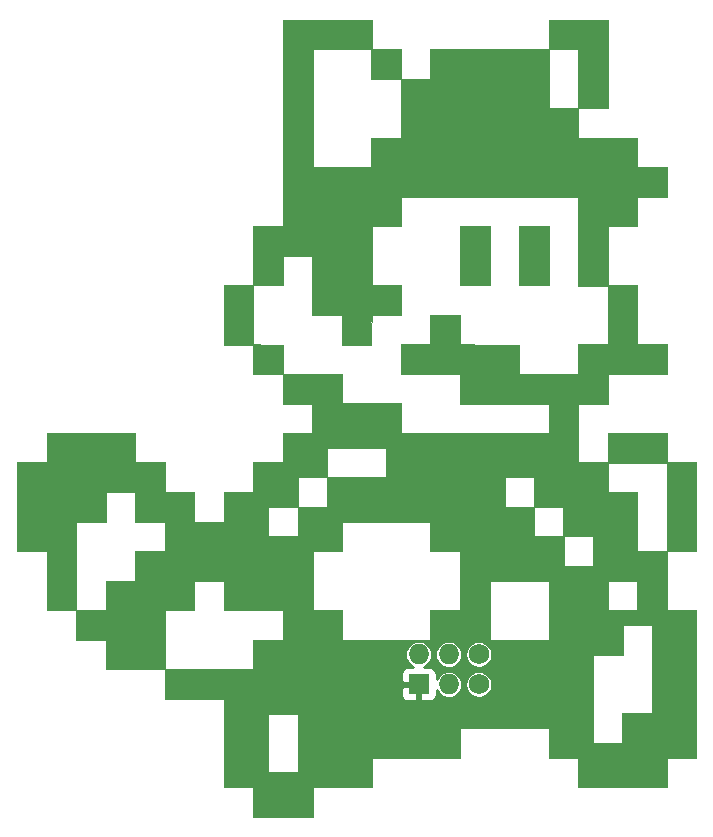
<source format=gbr>
G04 #@! TF.GenerationSoftware,KiCad,Pcbnew,5.1.2*
G04 #@! TF.CreationDate,2019-06-30T01:50:48-07:00*
G04 #@! TF.ProjectId,Mario_SAO,4d617269-6f5f-4534-914f-2e6b69636164,rev?*
G04 #@! TF.SameCoordinates,Original*
G04 #@! TF.FileFunction,Copper,L1,Top*
G04 #@! TF.FilePolarity,Positive*
%FSLAX46Y46*%
G04 Gerber Fmt 4.6, Leading zero omitted, Abs format (unit mm)*
G04 Created by KiCad (PCBNEW 5.1.2) date 2019-06-30 01:50:48*
%MOMM*%
%LPD*%
G04 APERTURE LIST*
%ADD10C,0.010000*%
%ADD11R,1.727200X1.727200*%
%ADD12O,1.727200X1.727200*%
%ADD13C,1.727200*%
%ADD14C,0.254000*%
G04 APERTURE END LIST*
D10*
G36*
X117266583Y-83754584D02*
G01*
X117271962Y-86257542D01*
X117277340Y-88760500D01*
X114758333Y-88760500D01*
X114758333Y-83743664D01*
X117266583Y-83754584D01*
X117266583Y-83754584D01*
G37*
X117266583Y-83754584D02*
X117271962Y-86257542D01*
X117277340Y-88760500D01*
X114758333Y-88760500D01*
X114758333Y-83743664D01*
X117266583Y-83754584D01*
G36*
X112260667Y-88760500D02*
G01*
X109763000Y-88760500D01*
X109763000Y-83744000D01*
X112260667Y-83744000D01*
X112260667Y-88760500D01*
X112260667Y-88760500D01*
G37*
X112260667Y-88760500D02*
X109763000Y-88760500D01*
X109763000Y-83744000D01*
X112260667Y-83744000D01*
X112260667Y-88760500D01*
G36*
X102270000Y-68758000D02*
G01*
X104767667Y-68758000D01*
X104767667Y-71255667D01*
X107243828Y-71255667D01*
X107249289Y-70012125D01*
X107254750Y-68768584D01*
X117256000Y-68757912D01*
X117256000Y-66260334D01*
X122272500Y-66260334D01*
X122272500Y-73774500D01*
X119774833Y-73774500D01*
X119774833Y-76251000D01*
X124770167Y-76251000D01*
X124770167Y-78748667D01*
X127267833Y-78748667D01*
X127267833Y-81267500D01*
X124770167Y-81267500D01*
X124770167Y-83765167D01*
X122272500Y-83765167D01*
X122272500Y-88760500D01*
X124770167Y-88760500D01*
X124770167Y-93755834D01*
X127267833Y-93755834D01*
X127267833Y-96274667D01*
X122272500Y-96274667D01*
X122272500Y-98772334D01*
X119774833Y-98772334D01*
X119774833Y-103746500D01*
X122251333Y-103746500D01*
X122251333Y-101248834D01*
X127267833Y-101248834D01*
X127267833Y-103746500D01*
X129765500Y-103746500D01*
X129765500Y-111281834D01*
X127267833Y-111281834D01*
X127267833Y-116256000D01*
X129765500Y-116256000D01*
X129765500Y-128765500D01*
X127267833Y-128765500D01*
X127267833Y-131263167D01*
X119753667Y-131263167D01*
X119753667Y-128765500D01*
X117256000Y-128765500D01*
X117256000Y-126267834D01*
X109763000Y-126267834D01*
X109763000Y-128765500D01*
X102270000Y-128765500D01*
X102270000Y-131263167D01*
X97274667Y-131263167D01*
X97274667Y-133760834D01*
X92258167Y-133760834D01*
X92258167Y-131263167D01*
X89739333Y-131263167D01*
X89739333Y-125019000D01*
X93528167Y-125019000D01*
X93528167Y-129993167D01*
X96004667Y-129993167D01*
X96004667Y-125019000D01*
X93528167Y-125019000D01*
X89739333Y-125019000D01*
X89739333Y-123770167D01*
X84744000Y-123770167D01*
X84744000Y-121272500D01*
X79748667Y-121272500D01*
X79748667Y-118774834D01*
X77251000Y-118774834D01*
X77251000Y-116277167D01*
X84765167Y-116277167D01*
X84765167Y-121251334D01*
X92258167Y-121251334D01*
X92258167Y-118944167D01*
X104852333Y-118944167D01*
X104852333Y-123897167D01*
X112493500Y-123897167D01*
X112493524Y-122420792D01*
X112493758Y-122138285D01*
X112494424Y-121840363D01*
X112495480Y-121534296D01*
X112496885Y-121227353D01*
X112498599Y-120926805D01*
X112500579Y-120639921D01*
X112502785Y-120373970D01*
X112505175Y-120136224D01*
X112506574Y-120023667D01*
X121023667Y-120023667D01*
X121023667Y-127495500D01*
X123500167Y-127495500D01*
X123500167Y-124997834D01*
X125997833Y-124997834D01*
X125997833Y-117526000D01*
X123521333Y-117526000D01*
X123521333Y-120023667D01*
X121023667Y-120023667D01*
X112506574Y-120023667D01*
X112507562Y-119944292D01*
X112521575Y-118944167D01*
X104852333Y-118944167D01*
X92258167Y-118944167D01*
X92258167Y-118753667D01*
X94755833Y-118753667D01*
X94755833Y-116277167D01*
X89760836Y-116277167D01*
X89755376Y-115023042D01*
X89749917Y-113768917D01*
X87262833Y-113757995D01*
X87262833Y-116277167D01*
X84765167Y-116277167D01*
X77251000Y-116277167D01*
X74753333Y-116277167D01*
X74753333Y-111260667D01*
X72255667Y-111260667D01*
X72255667Y-108763000D01*
X77272167Y-108763000D01*
X77272167Y-116256000D01*
X79748667Y-116256000D01*
X79748667Y-113758334D01*
X82246333Y-113758334D01*
X82246333Y-111260667D01*
X84744000Y-111260667D01*
X97274667Y-111260667D01*
X97274667Y-116256000D01*
X99772333Y-116256000D01*
X99772333Y-118753667D01*
X107243828Y-118753667D01*
X112260492Y-118753667D01*
X117256000Y-118753667D01*
X117256000Y-113779500D01*
X122272500Y-113779500D01*
X122272500Y-116256000D01*
X124749000Y-116256000D01*
X124749000Y-113779500D01*
X122272500Y-113779500D01*
X117256000Y-113779500D01*
X117256000Y-113758159D01*
X112271250Y-113768917D01*
X112260492Y-118753667D01*
X107243828Y-118753667D01*
X107249289Y-117510125D01*
X107254750Y-116266584D01*
X109763000Y-116255664D01*
X109763000Y-111260667D01*
X107244167Y-111260667D01*
X107244167Y-108763000D01*
X99772333Y-108763000D01*
X99772333Y-111260667D01*
X97274667Y-111260667D01*
X84744000Y-111260667D01*
X84744000Y-108763000D01*
X82246333Y-108763000D01*
X82246333Y-106265334D01*
X79769833Y-106265334D01*
X79769833Y-108763000D01*
X77272167Y-108763000D01*
X72255667Y-108763000D01*
X72255667Y-103746500D01*
X74753333Y-103746500D01*
X74753333Y-101248834D01*
X82267500Y-101248834D01*
X82267500Y-103746500D01*
X84765167Y-103746500D01*
X84765167Y-106243828D01*
X86008708Y-106249289D01*
X87252250Y-106254750D01*
X87257709Y-107509044D01*
X87263169Y-108763338D01*
X88506543Y-108757878D01*
X89749917Y-108752417D01*
X89755306Y-107514167D01*
X93507000Y-107514167D01*
X93507000Y-110011834D01*
X96004667Y-110011834D01*
X96004667Y-107514167D01*
X93507000Y-107514167D01*
X89755306Y-107514167D01*
X89755376Y-107498292D01*
X89760836Y-106244167D01*
X92258167Y-106244167D01*
X92258167Y-105016500D01*
X96025833Y-105016500D01*
X96025833Y-107514167D01*
X98502333Y-107514167D01*
X98502333Y-105016500D01*
X113530667Y-105016500D01*
X113530667Y-107514167D01*
X116007167Y-107514167D01*
X116028333Y-107514167D01*
X116028333Y-110011834D01*
X118526000Y-110011834D01*
X118526000Y-112509500D01*
X121002500Y-112509500D01*
X121002500Y-110011834D01*
X118526000Y-110011834D01*
X116028333Y-110011834D01*
X117091958Y-110011707D01*
X117306937Y-110011410D01*
X117514444Y-110010607D01*
X117709560Y-110009353D01*
X117887364Y-110007702D01*
X118042934Y-110005709D01*
X118171350Y-110003428D01*
X118267691Y-110000913D01*
X118327037Y-109998221D01*
X118330208Y-109997986D01*
X118504833Y-109984392D01*
X118504833Y-107514167D01*
X116028333Y-107514167D01*
X116007167Y-107514167D01*
X116007167Y-105016500D01*
X113530667Y-105016500D01*
X98502333Y-105016500D01*
X96025833Y-105016500D01*
X92258167Y-105016500D01*
X92258167Y-103746500D01*
X94755833Y-103746500D01*
X94755833Y-102518834D01*
X98523500Y-102518834D01*
X98523500Y-104995334D01*
X103497667Y-104995334D01*
X103497667Y-103767667D01*
X122272500Y-103767667D01*
X122272500Y-106244167D01*
X124770167Y-106244167D01*
X124770167Y-111260667D01*
X127246667Y-111260667D01*
X127246667Y-103767667D01*
X122272500Y-103767667D01*
X103497667Y-103767667D01*
X103497667Y-102518834D01*
X98523500Y-102518834D01*
X94755833Y-102518834D01*
X94755833Y-101248834D01*
X97253500Y-101248834D01*
X97253500Y-98772334D01*
X94755833Y-98772334D01*
X94755833Y-96274667D01*
X92258167Y-96274667D01*
X92258167Y-93777000D01*
X89760500Y-93777000D01*
X89760500Y-88760500D01*
X92258167Y-88760500D01*
X92258167Y-93755498D01*
X93512292Y-93760957D01*
X94766417Y-93766417D01*
X94771877Y-95009959D01*
X94777338Y-96253500D01*
X99772333Y-96253500D01*
X99772333Y-98751167D01*
X104767667Y-98751167D01*
X104767667Y-101248834D01*
X117256000Y-101248834D01*
X117256000Y-98772334D01*
X109763000Y-98772334D01*
X109763000Y-96274840D01*
X107260042Y-96269462D01*
X104757083Y-96264084D01*
X104751624Y-95009959D01*
X104746164Y-93755834D01*
X107243828Y-93755834D01*
X107254750Y-91268750D01*
X108508875Y-91263291D01*
X109763000Y-91257831D01*
X109763000Y-93755660D01*
X112265958Y-93761038D01*
X114768917Y-93766417D01*
X114774377Y-95009959D01*
X114779838Y-96253500D01*
X119753667Y-96253500D01*
X119753667Y-93755834D01*
X122251333Y-93755834D01*
X122251333Y-88782005D01*
X121007792Y-88776544D01*
X119764250Y-88771084D01*
X119753550Y-81267500D01*
X104767667Y-81267500D01*
X104767667Y-83765167D01*
X102270000Y-83765167D01*
X102270000Y-88760500D01*
X104767667Y-88760500D01*
X104767667Y-91258167D01*
X102270336Y-91258167D01*
X102264876Y-92512292D01*
X102259417Y-93766417D01*
X99761750Y-93766417D01*
X99756290Y-92512292D01*
X99750831Y-91258167D01*
X97253500Y-91258167D01*
X97253500Y-86262834D01*
X94777000Y-86262834D01*
X94777000Y-88760500D01*
X92258167Y-88760500D01*
X92258167Y-83744000D01*
X94755833Y-83744000D01*
X94755833Y-68758000D01*
X97274667Y-68758000D01*
X97274667Y-78748667D01*
X102248833Y-78748667D01*
X102248833Y-76251000D01*
X104746500Y-76251000D01*
X104746500Y-73753334D01*
X117277167Y-73753334D01*
X119753667Y-73753334D01*
X119753667Y-68779167D01*
X119261542Y-68779134D01*
X119114652Y-68778680D01*
X118935482Y-68777411D01*
X118734076Y-68775441D01*
X118520477Y-68772883D01*
X118304728Y-68769851D01*
X118096874Y-68766458D01*
X118023292Y-68765121D01*
X117277167Y-68751141D01*
X117277167Y-73753334D01*
X104746500Y-73753334D01*
X104746500Y-71277172D01*
X103502958Y-71271711D01*
X102259417Y-71266250D01*
X102248497Y-68758000D01*
X97274667Y-68758000D01*
X94755833Y-68758000D01*
X94755833Y-66260334D01*
X102270000Y-66260334D01*
X102270000Y-68758000D01*
X102270000Y-68758000D01*
G37*
X102270000Y-68758000D02*
X104767667Y-68758000D01*
X104767667Y-71255667D01*
X107243828Y-71255667D01*
X107249289Y-70012125D01*
X107254750Y-68768584D01*
X117256000Y-68757912D01*
X117256000Y-66260334D01*
X122272500Y-66260334D01*
X122272500Y-73774500D01*
X119774833Y-73774500D01*
X119774833Y-76251000D01*
X124770167Y-76251000D01*
X124770167Y-78748667D01*
X127267833Y-78748667D01*
X127267833Y-81267500D01*
X124770167Y-81267500D01*
X124770167Y-83765167D01*
X122272500Y-83765167D01*
X122272500Y-88760500D01*
X124770167Y-88760500D01*
X124770167Y-93755834D01*
X127267833Y-93755834D01*
X127267833Y-96274667D01*
X122272500Y-96274667D01*
X122272500Y-98772334D01*
X119774833Y-98772334D01*
X119774833Y-103746500D01*
X122251333Y-103746500D01*
X122251333Y-101248834D01*
X127267833Y-101248834D01*
X127267833Y-103746500D01*
X129765500Y-103746500D01*
X129765500Y-111281834D01*
X127267833Y-111281834D01*
X127267833Y-116256000D01*
X129765500Y-116256000D01*
X129765500Y-128765500D01*
X127267833Y-128765500D01*
X127267833Y-131263167D01*
X119753667Y-131263167D01*
X119753667Y-128765500D01*
X117256000Y-128765500D01*
X117256000Y-126267834D01*
X109763000Y-126267834D01*
X109763000Y-128765500D01*
X102270000Y-128765500D01*
X102270000Y-131263167D01*
X97274667Y-131263167D01*
X97274667Y-133760834D01*
X92258167Y-133760834D01*
X92258167Y-131263167D01*
X89739333Y-131263167D01*
X89739333Y-125019000D01*
X93528167Y-125019000D01*
X93528167Y-129993167D01*
X96004667Y-129993167D01*
X96004667Y-125019000D01*
X93528167Y-125019000D01*
X89739333Y-125019000D01*
X89739333Y-123770167D01*
X84744000Y-123770167D01*
X84744000Y-121272500D01*
X79748667Y-121272500D01*
X79748667Y-118774834D01*
X77251000Y-118774834D01*
X77251000Y-116277167D01*
X84765167Y-116277167D01*
X84765167Y-121251334D01*
X92258167Y-121251334D01*
X92258167Y-118944167D01*
X104852333Y-118944167D01*
X104852333Y-123897167D01*
X112493500Y-123897167D01*
X112493524Y-122420792D01*
X112493758Y-122138285D01*
X112494424Y-121840363D01*
X112495480Y-121534296D01*
X112496885Y-121227353D01*
X112498599Y-120926805D01*
X112500579Y-120639921D01*
X112502785Y-120373970D01*
X112505175Y-120136224D01*
X112506574Y-120023667D01*
X121023667Y-120023667D01*
X121023667Y-127495500D01*
X123500167Y-127495500D01*
X123500167Y-124997834D01*
X125997833Y-124997834D01*
X125997833Y-117526000D01*
X123521333Y-117526000D01*
X123521333Y-120023667D01*
X121023667Y-120023667D01*
X112506574Y-120023667D01*
X112507562Y-119944292D01*
X112521575Y-118944167D01*
X104852333Y-118944167D01*
X92258167Y-118944167D01*
X92258167Y-118753667D01*
X94755833Y-118753667D01*
X94755833Y-116277167D01*
X89760836Y-116277167D01*
X89755376Y-115023042D01*
X89749917Y-113768917D01*
X87262833Y-113757995D01*
X87262833Y-116277167D01*
X84765167Y-116277167D01*
X77251000Y-116277167D01*
X74753333Y-116277167D01*
X74753333Y-111260667D01*
X72255667Y-111260667D01*
X72255667Y-108763000D01*
X77272167Y-108763000D01*
X77272167Y-116256000D01*
X79748667Y-116256000D01*
X79748667Y-113758334D01*
X82246333Y-113758334D01*
X82246333Y-111260667D01*
X84744000Y-111260667D01*
X97274667Y-111260667D01*
X97274667Y-116256000D01*
X99772333Y-116256000D01*
X99772333Y-118753667D01*
X107243828Y-118753667D01*
X112260492Y-118753667D01*
X117256000Y-118753667D01*
X117256000Y-113779500D01*
X122272500Y-113779500D01*
X122272500Y-116256000D01*
X124749000Y-116256000D01*
X124749000Y-113779500D01*
X122272500Y-113779500D01*
X117256000Y-113779500D01*
X117256000Y-113758159D01*
X112271250Y-113768917D01*
X112260492Y-118753667D01*
X107243828Y-118753667D01*
X107249289Y-117510125D01*
X107254750Y-116266584D01*
X109763000Y-116255664D01*
X109763000Y-111260667D01*
X107244167Y-111260667D01*
X107244167Y-108763000D01*
X99772333Y-108763000D01*
X99772333Y-111260667D01*
X97274667Y-111260667D01*
X84744000Y-111260667D01*
X84744000Y-108763000D01*
X82246333Y-108763000D01*
X82246333Y-106265334D01*
X79769833Y-106265334D01*
X79769833Y-108763000D01*
X77272167Y-108763000D01*
X72255667Y-108763000D01*
X72255667Y-103746500D01*
X74753333Y-103746500D01*
X74753333Y-101248834D01*
X82267500Y-101248834D01*
X82267500Y-103746500D01*
X84765167Y-103746500D01*
X84765167Y-106243828D01*
X86008708Y-106249289D01*
X87252250Y-106254750D01*
X87257709Y-107509044D01*
X87263169Y-108763338D01*
X88506543Y-108757878D01*
X89749917Y-108752417D01*
X89755306Y-107514167D01*
X93507000Y-107514167D01*
X93507000Y-110011834D01*
X96004667Y-110011834D01*
X96004667Y-107514167D01*
X93507000Y-107514167D01*
X89755306Y-107514167D01*
X89755376Y-107498292D01*
X89760836Y-106244167D01*
X92258167Y-106244167D01*
X92258167Y-105016500D01*
X96025833Y-105016500D01*
X96025833Y-107514167D01*
X98502333Y-107514167D01*
X98502333Y-105016500D01*
X113530667Y-105016500D01*
X113530667Y-107514167D01*
X116007167Y-107514167D01*
X116028333Y-107514167D01*
X116028333Y-110011834D01*
X118526000Y-110011834D01*
X118526000Y-112509500D01*
X121002500Y-112509500D01*
X121002500Y-110011834D01*
X118526000Y-110011834D01*
X116028333Y-110011834D01*
X117091958Y-110011707D01*
X117306937Y-110011410D01*
X117514444Y-110010607D01*
X117709560Y-110009353D01*
X117887364Y-110007702D01*
X118042934Y-110005709D01*
X118171350Y-110003428D01*
X118267691Y-110000913D01*
X118327037Y-109998221D01*
X118330208Y-109997986D01*
X118504833Y-109984392D01*
X118504833Y-107514167D01*
X116028333Y-107514167D01*
X116007167Y-107514167D01*
X116007167Y-105016500D01*
X113530667Y-105016500D01*
X98502333Y-105016500D01*
X96025833Y-105016500D01*
X92258167Y-105016500D01*
X92258167Y-103746500D01*
X94755833Y-103746500D01*
X94755833Y-102518834D01*
X98523500Y-102518834D01*
X98523500Y-104995334D01*
X103497667Y-104995334D01*
X103497667Y-103767667D01*
X122272500Y-103767667D01*
X122272500Y-106244167D01*
X124770167Y-106244167D01*
X124770167Y-111260667D01*
X127246667Y-111260667D01*
X127246667Y-103767667D01*
X122272500Y-103767667D01*
X103497667Y-103767667D01*
X103497667Y-102518834D01*
X98523500Y-102518834D01*
X94755833Y-102518834D01*
X94755833Y-101248834D01*
X97253500Y-101248834D01*
X97253500Y-98772334D01*
X94755833Y-98772334D01*
X94755833Y-96274667D01*
X92258167Y-96274667D01*
X92258167Y-93777000D01*
X89760500Y-93777000D01*
X89760500Y-88760500D01*
X92258167Y-88760500D01*
X92258167Y-93755498D01*
X93512292Y-93760957D01*
X94766417Y-93766417D01*
X94771877Y-95009959D01*
X94777338Y-96253500D01*
X99772333Y-96253500D01*
X99772333Y-98751167D01*
X104767667Y-98751167D01*
X104767667Y-101248834D01*
X117256000Y-101248834D01*
X117256000Y-98772334D01*
X109763000Y-98772334D01*
X109763000Y-96274840D01*
X107260042Y-96269462D01*
X104757083Y-96264084D01*
X104751624Y-95009959D01*
X104746164Y-93755834D01*
X107243828Y-93755834D01*
X107254750Y-91268750D01*
X108508875Y-91263291D01*
X109763000Y-91257831D01*
X109763000Y-93755660D01*
X112265958Y-93761038D01*
X114768917Y-93766417D01*
X114774377Y-95009959D01*
X114779838Y-96253500D01*
X119753667Y-96253500D01*
X119753667Y-93755834D01*
X122251333Y-93755834D01*
X122251333Y-88782005D01*
X121007792Y-88776544D01*
X119764250Y-88771084D01*
X119753550Y-81267500D01*
X104767667Y-81267500D01*
X104767667Y-83765167D01*
X102270000Y-83765167D01*
X102270000Y-88760500D01*
X104767667Y-88760500D01*
X104767667Y-91258167D01*
X102270336Y-91258167D01*
X102264876Y-92512292D01*
X102259417Y-93766417D01*
X99761750Y-93766417D01*
X99756290Y-92512292D01*
X99750831Y-91258167D01*
X97253500Y-91258167D01*
X97253500Y-86262834D01*
X94777000Y-86262834D01*
X94777000Y-88760500D01*
X92258167Y-88760500D01*
X92258167Y-83744000D01*
X94755833Y-83744000D01*
X94755833Y-68758000D01*
X97274667Y-68758000D01*
X97274667Y-78748667D01*
X102248833Y-78748667D01*
X102248833Y-76251000D01*
X104746500Y-76251000D01*
X104746500Y-73753334D01*
X117277167Y-73753334D01*
X119753667Y-73753334D01*
X119753667Y-68779167D01*
X119261542Y-68779134D01*
X119114652Y-68778680D01*
X118935482Y-68777411D01*
X118734076Y-68775441D01*
X118520477Y-68772883D01*
X118304728Y-68769851D01*
X118096874Y-68766458D01*
X118023292Y-68765121D01*
X117277167Y-68751141D01*
X117277167Y-73753334D01*
X104746500Y-73753334D01*
X104746500Y-71277172D01*
X103502958Y-71271711D01*
X102259417Y-71266250D01*
X102248497Y-68758000D01*
X97274667Y-68758000D01*
X94755833Y-68758000D01*
X94755833Y-66260334D01*
X102270000Y-66260334D01*
X102270000Y-68758000D01*
D11*
X106270000Y-122540000D03*
D12*
X106270000Y-120000000D03*
X108810000Y-122540000D03*
X108810000Y-120000000D03*
D13*
X111350000Y-122540000D03*
X111350000Y-120000000D03*
D14*
G36*
X105830477Y-118938897D02*
G01*
X105631911Y-119045032D01*
X105457867Y-119187867D01*
X105315032Y-119361911D01*
X105208897Y-119560477D01*
X105143539Y-119775933D01*
X105121470Y-120000000D01*
X105143539Y-120224067D01*
X105208897Y-120439523D01*
X105315032Y-120638089D01*
X105457867Y-120812133D01*
X105631911Y-120954968D01*
X105791700Y-121040376D01*
X105406400Y-121038328D01*
X105281918Y-121050588D01*
X105162220Y-121086898D01*
X105051906Y-121145863D01*
X104955215Y-121225215D01*
X104875863Y-121321906D01*
X104816898Y-121432220D01*
X104780588Y-121551918D01*
X104768328Y-121676400D01*
X104771400Y-122254250D01*
X104930150Y-122413000D01*
X106143000Y-122413000D01*
X106143000Y-122393000D01*
X106397000Y-122393000D01*
X106397000Y-122413000D01*
X106417000Y-122413000D01*
X106417000Y-122667000D01*
X106397000Y-122667000D01*
X106397000Y-123879850D01*
X106555750Y-124038600D01*
X107133600Y-124041672D01*
X107258082Y-124029412D01*
X107377780Y-123993102D01*
X107488094Y-123934137D01*
X107584785Y-123854785D01*
X107664137Y-123758094D01*
X107723102Y-123647780D01*
X107759412Y-123528082D01*
X107771672Y-123403600D01*
X107769624Y-123018300D01*
X107855032Y-123178089D01*
X107997867Y-123352133D01*
X108171911Y-123494968D01*
X108370477Y-123601103D01*
X108585933Y-123666461D01*
X108753854Y-123683000D01*
X108866146Y-123683000D01*
X109034067Y-123666461D01*
X109249523Y-123601103D01*
X109448089Y-123494968D01*
X109622133Y-123352133D01*
X109764968Y-123178089D01*
X109871103Y-122979523D01*
X109936461Y-122764067D01*
X109958530Y-122540000D01*
X109947443Y-122427424D01*
X110207000Y-122427424D01*
X110207000Y-122652576D01*
X110250925Y-122873401D01*
X110337087Y-123081413D01*
X110462174Y-123268620D01*
X110621380Y-123427826D01*
X110808587Y-123552913D01*
X111016599Y-123639075D01*
X111237424Y-123683000D01*
X111462576Y-123683000D01*
X111683401Y-123639075D01*
X111891413Y-123552913D01*
X112078620Y-123427826D01*
X112237826Y-123268620D01*
X112362913Y-123081413D01*
X112449075Y-122873401D01*
X112493000Y-122652576D01*
X112493000Y-122427424D01*
X112449075Y-122206599D01*
X112362913Y-121998587D01*
X112237826Y-121811380D01*
X112078620Y-121652174D01*
X111891413Y-121527087D01*
X111683401Y-121440925D01*
X111462576Y-121397000D01*
X111237424Y-121397000D01*
X111016599Y-121440925D01*
X110808587Y-121527087D01*
X110621380Y-121652174D01*
X110462174Y-121811380D01*
X110337087Y-121998587D01*
X110250925Y-122206599D01*
X110207000Y-122427424D01*
X109947443Y-122427424D01*
X109936461Y-122315933D01*
X109871103Y-122100477D01*
X109764968Y-121901911D01*
X109622133Y-121727867D01*
X109448089Y-121585032D01*
X109249523Y-121478897D01*
X109034067Y-121413539D01*
X108866146Y-121397000D01*
X108753854Y-121397000D01*
X108585933Y-121413539D01*
X108370477Y-121478897D01*
X108171911Y-121585032D01*
X107997867Y-121727867D01*
X107855032Y-121901911D01*
X107769624Y-122061700D01*
X107771672Y-121676400D01*
X107759412Y-121551918D01*
X107723102Y-121432220D01*
X107664137Y-121321906D01*
X107584785Y-121225215D01*
X107488094Y-121145863D01*
X107377780Y-121086898D01*
X107258082Y-121050588D01*
X107133600Y-121038328D01*
X106748300Y-121040376D01*
X106908089Y-120954968D01*
X107082133Y-120812133D01*
X107224968Y-120638089D01*
X107331103Y-120439523D01*
X107396461Y-120224067D01*
X107418530Y-120000000D01*
X107396461Y-119775933D01*
X107331103Y-119560477D01*
X107224968Y-119361911D01*
X107082133Y-119187867D01*
X106908089Y-119045032D01*
X106709523Y-118938897D01*
X106670304Y-118927000D01*
X108409696Y-118927000D01*
X108370477Y-118938897D01*
X108171911Y-119045032D01*
X107997867Y-119187867D01*
X107855032Y-119361911D01*
X107748897Y-119560477D01*
X107683539Y-119775933D01*
X107661470Y-120000000D01*
X107683539Y-120224067D01*
X107748897Y-120439523D01*
X107855032Y-120638089D01*
X107997867Y-120812133D01*
X108171911Y-120954968D01*
X108370477Y-121061103D01*
X108585933Y-121126461D01*
X108753854Y-121143000D01*
X108866146Y-121143000D01*
X109034067Y-121126461D01*
X109249523Y-121061103D01*
X109448089Y-120954968D01*
X109622133Y-120812133D01*
X109764968Y-120638089D01*
X109871103Y-120439523D01*
X109936461Y-120224067D01*
X109958530Y-120000000D01*
X109936461Y-119775933D01*
X109871103Y-119560477D01*
X109764968Y-119361911D01*
X109622133Y-119187867D01*
X109448089Y-119045032D01*
X109249523Y-118938897D01*
X109210304Y-118927000D01*
X110953649Y-118927000D01*
X110808587Y-118987087D01*
X110621380Y-119112174D01*
X110462174Y-119271380D01*
X110337087Y-119458587D01*
X110250925Y-119666599D01*
X110207000Y-119887424D01*
X110207000Y-120112576D01*
X110250925Y-120333401D01*
X110337087Y-120541413D01*
X110462174Y-120728620D01*
X110621380Y-120887826D01*
X110808587Y-121012913D01*
X111016599Y-121099075D01*
X111237424Y-121143000D01*
X111462576Y-121143000D01*
X111683401Y-121099075D01*
X111891413Y-121012913D01*
X112078620Y-120887826D01*
X112237826Y-120728620D01*
X112362913Y-120541413D01*
X112449075Y-120333401D01*
X112493000Y-120112576D01*
X112493000Y-119887424D01*
X112449075Y-119666599D01*
X112362913Y-119458587D01*
X112237826Y-119271380D01*
X112078620Y-119112174D01*
X111891413Y-118987087D01*
X111746351Y-118927000D01*
X112698584Y-118927000D01*
X112722411Y-124097617D01*
X104651416Y-124073379D01*
X104648316Y-123403600D01*
X104768328Y-123403600D01*
X104780588Y-123528082D01*
X104816898Y-123647780D01*
X104875863Y-123758094D01*
X104955215Y-123854785D01*
X105051906Y-123934137D01*
X105162220Y-123993102D01*
X105281918Y-124029412D01*
X105406400Y-124041672D01*
X105984250Y-124038600D01*
X106143000Y-123879850D01*
X106143000Y-122667000D01*
X104930150Y-122667000D01*
X104771400Y-122825750D01*
X104768328Y-123403600D01*
X104648316Y-123403600D01*
X104627590Y-118927000D01*
X105869696Y-118927000D01*
X105830477Y-118938897D01*
X105830477Y-118938897D01*
G37*
X105830477Y-118938897D02*
X105631911Y-119045032D01*
X105457867Y-119187867D01*
X105315032Y-119361911D01*
X105208897Y-119560477D01*
X105143539Y-119775933D01*
X105121470Y-120000000D01*
X105143539Y-120224067D01*
X105208897Y-120439523D01*
X105315032Y-120638089D01*
X105457867Y-120812133D01*
X105631911Y-120954968D01*
X105791700Y-121040376D01*
X105406400Y-121038328D01*
X105281918Y-121050588D01*
X105162220Y-121086898D01*
X105051906Y-121145863D01*
X104955215Y-121225215D01*
X104875863Y-121321906D01*
X104816898Y-121432220D01*
X104780588Y-121551918D01*
X104768328Y-121676400D01*
X104771400Y-122254250D01*
X104930150Y-122413000D01*
X106143000Y-122413000D01*
X106143000Y-122393000D01*
X106397000Y-122393000D01*
X106397000Y-122413000D01*
X106417000Y-122413000D01*
X106417000Y-122667000D01*
X106397000Y-122667000D01*
X106397000Y-123879850D01*
X106555750Y-124038600D01*
X107133600Y-124041672D01*
X107258082Y-124029412D01*
X107377780Y-123993102D01*
X107488094Y-123934137D01*
X107584785Y-123854785D01*
X107664137Y-123758094D01*
X107723102Y-123647780D01*
X107759412Y-123528082D01*
X107771672Y-123403600D01*
X107769624Y-123018300D01*
X107855032Y-123178089D01*
X107997867Y-123352133D01*
X108171911Y-123494968D01*
X108370477Y-123601103D01*
X108585933Y-123666461D01*
X108753854Y-123683000D01*
X108866146Y-123683000D01*
X109034067Y-123666461D01*
X109249523Y-123601103D01*
X109448089Y-123494968D01*
X109622133Y-123352133D01*
X109764968Y-123178089D01*
X109871103Y-122979523D01*
X109936461Y-122764067D01*
X109958530Y-122540000D01*
X109947443Y-122427424D01*
X110207000Y-122427424D01*
X110207000Y-122652576D01*
X110250925Y-122873401D01*
X110337087Y-123081413D01*
X110462174Y-123268620D01*
X110621380Y-123427826D01*
X110808587Y-123552913D01*
X111016599Y-123639075D01*
X111237424Y-123683000D01*
X111462576Y-123683000D01*
X111683401Y-123639075D01*
X111891413Y-123552913D01*
X112078620Y-123427826D01*
X112237826Y-123268620D01*
X112362913Y-123081413D01*
X112449075Y-122873401D01*
X112493000Y-122652576D01*
X112493000Y-122427424D01*
X112449075Y-122206599D01*
X112362913Y-121998587D01*
X112237826Y-121811380D01*
X112078620Y-121652174D01*
X111891413Y-121527087D01*
X111683401Y-121440925D01*
X111462576Y-121397000D01*
X111237424Y-121397000D01*
X111016599Y-121440925D01*
X110808587Y-121527087D01*
X110621380Y-121652174D01*
X110462174Y-121811380D01*
X110337087Y-121998587D01*
X110250925Y-122206599D01*
X110207000Y-122427424D01*
X109947443Y-122427424D01*
X109936461Y-122315933D01*
X109871103Y-122100477D01*
X109764968Y-121901911D01*
X109622133Y-121727867D01*
X109448089Y-121585032D01*
X109249523Y-121478897D01*
X109034067Y-121413539D01*
X108866146Y-121397000D01*
X108753854Y-121397000D01*
X108585933Y-121413539D01*
X108370477Y-121478897D01*
X108171911Y-121585032D01*
X107997867Y-121727867D01*
X107855032Y-121901911D01*
X107769624Y-122061700D01*
X107771672Y-121676400D01*
X107759412Y-121551918D01*
X107723102Y-121432220D01*
X107664137Y-121321906D01*
X107584785Y-121225215D01*
X107488094Y-121145863D01*
X107377780Y-121086898D01*
X107258082Y-121050588D01*
X107133600Y-121038328D01*
X106748300Y-121040376D01*
X106908089Y-120954968D01*
X107082133Y-120812133D01*
X107224968Y-120638089D01*
X107331103Y-120439523D01*
X107396461Y-120224067D01*
X107418530Y-120000000D01*
X107396461Y-119775933D01*
X107331103Y-119560477D01*
X107224968Y-119361911D01*
X107082133Y-119187867D01*
X106908089Y-119045032D01*
X106709523Y-118938897D01*
X106670304Y-118927000D01*
X108409696Y-118927000D01*
X108370477Y-118938897D01*
X108171911Y-119045032D01*
X107997867Y-119187867D01*
X107855032Y-119361911D01*
X107748897Y-119560477D01*
X107683539Y-119775933D01*
X107661470Y-120000000D01*
X107683539Y-120224067D01*
X107748897Y-120439523D01*
X107855032Y-120638089D01*
X107997867Y-120812133D01*
X108171911Y-120954968D01*
X108370477Y-121061103D01*
X108585933Y-121126461D01*
X108753854Y-121143000D01*
X108866146Y-121143000D01*
X109034067Y-121126461D01*
X109249523Y-121061103D01*
X109448089Y-120954968D01*
X109622133Y-120812133D01*
X109764968Y-120638089D01*
X109871103Y-120439523D01*
X109936461Y-120224067D01*
X109958530Y-120000000D01*
X109936461Y-119775933D01*
X109871103Y-119560477D01*
X109764968Y-119361911D01*
X109622133Y-119187867D01*
X109448089Y-119045032D01*
X109249523Y-118938897D01*
X109210304Y-118927000D01*
X110953649Y-118927000D01*
X110808587Y-118987087D01*
X110621380Y-119112174D01*
X110462174Y-119271380D01*
X110337087Y-119458587D01*
X110250925Y-119666599D01*
X110207000Y-119887424D01*
X110207000Y-120112576D01*
X110250925Y-120333401D01*
X110337087Y-120541413D01*
X110462174Y-120728620D01*
X110621380Y-120887826D01*
X110808587Y-121012913D01*
X111016599Y-121099075D01*
X111237424Y-121143000D01*
X111462576Y-121143000D01*
X111683401Y-121099075D01*
X111891413Y-121012913D01*
X112078620Y-120887826D01*
X112237826Y-120728620D01*
X112362913Y-120541413D01*
X112449075Y-120333401D01*
X112493000Y-120112576D01*
X112493000Y-119887424D01*
X112449075Y-119666599D01*
X112362913Y-119458587D01*
X112237826Y-119271380D01*
X112078620Y-119112174D01*
X111891413Y-118987087D01*
X111746351Y-118927000D01*
X112698584Y-118927000D01*
X112722411Y-124097617D01*
X104651416Y-124073379D01*
X104648316Y-123403600D01*
X104768328Y-123403600D01*
X104780588Y-123528082D01*
X104816898Y-123647780D01*
X104875863Y-123758094D01*
X104955215Y-123854785D01*
X105051906Y-123934137D01*
X105162220Y-123993102D01*
X105281918Y-124029412D01*
X105406400Y-124041672D01*
X105984250Y-124038600D01*
X106143000Y-123879850D01*
X106143000Y-122667000D01*
X104930150Y-122667000D01*
X104771400Y-122825750D01*
X104768328Y-123403600D01*
X104648316Y-123403600D01*
X104627590Y-118927000D01*
X105869696Y-118927000D01*
X105830477Y-118938897D01*
M02*

</source>
